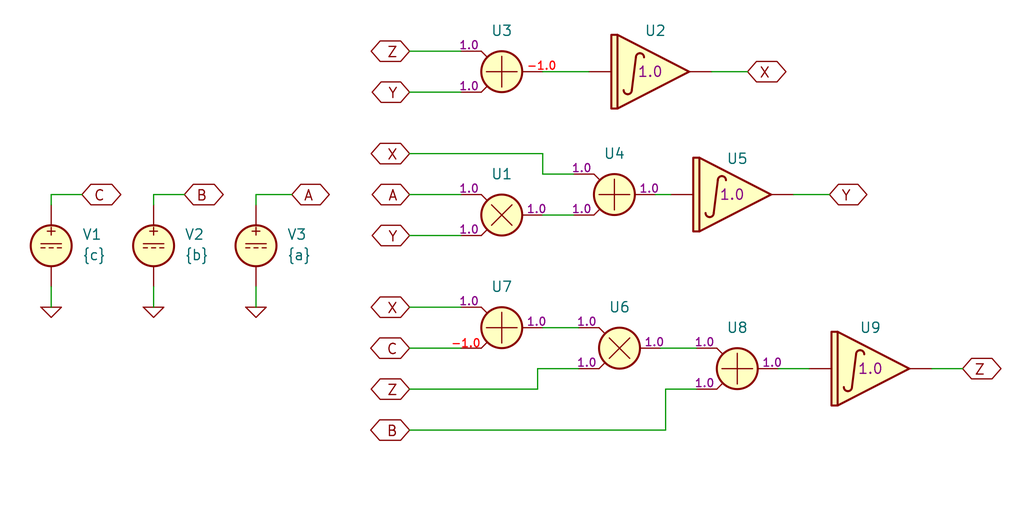
<source format=kicad_sch>
(kicad_sch (version 20250114) (generator "eeschema") (generator_version "9.0")
  (paper "User" 127 63.5)
  (lib_symbols
    (symbol "Simulation_SPICE:0" (power) (pin_numbers (hide yes)) (pin_names (offset 0) (hide yes))
      (property "Value" "0" (at 0 -2.54 0))
      (symbol "0_0_1"
        (polyline (pts (xy -1.27 0) (xy 0 -1.27) (xy 1.27 0) (xy -1.27 0)))
      )
      (symbol "0_1_1"
        (pin power_in line (at 0 0 0) (length 0) (name "~") (number "1"))
      )
    )
    (symbol "Simulation_SPICE:VDC" (pin_numbers (hide yes)) (pin_names (offset 0.0254))
      (property "Reference" "V" (at 2.54 2.54 0))
      (property "Value" "1" (at 2.54 0 0))
      (symbol "VDC_0_0"
        (polyline (pts (xy -1.27 0.254) (xy 1.27 0.254)))
        (polyline (pts (xy -0.762 -0.254) (xy -1.27 -0.254)))
        (polyline (pts (xy 0.254 -0.254) (xy -0.254 -0.254)))
        (polyline (pts (xy 1.27 -0.254) (xy 0.762 -0.254)))
        (text "+" (at 0 1.905 0) (effects (font (size 1.27 1.27))))
      )
      (symbol "VDC_0_1"
        (circle (center 0 0) (radius 2.54) (stroke (width 0.254)) (fill (type background)))
      )
      (symbol "VDC_1_1"
        (pin passive line (at 0 5.08 270) (length 2.54) (name "~") (number "1"))
        (pin passive line (at 0 -5.08 90) (length 2.54) (name "~") (number "2"))
      )
    )
    (symbol "XSPICE-Analog:A_INT" (pin_numbers (hide yes)) (pin_names (offset 0.254)) (in_bom no) (on_board no)
      (property "Reference" "U5" (at 0 6.985 0))
      (property "GAIN" "1.0" (at 0 0 0))
      (property "IC" "1" (at 3.175 -3.81 0) (show_name))
      (symbol "A_INT_0_1"
        (arc (start -2.794 -2.794) (mid -3.1532 -2.6452) (end -3.302 -2.286) (stroke (width 0.254)))
        (arc (start -2.286 -2.286) (mid -2.4348 -2.6452) (end -2.794 -2.794) (stroke (width 0.254)))
        (arc (start -1.778 1.778) (mid -1.6292 2.1372) (end -1.27 2.286) (stroke (width 0.254)))
        (arc (start -1.27 2.286) (mid -0.9108 2.1372) (end -0.762 1.778) (stroke (width 0.254)))
        (polyline (pts (xy 4.826 0) (xy -4.064 4.572) (xy -4.826 4.572) (xy -4.826 -4.572) (xy -4.064 -4.572) (xy 4.826 0)) (stroke (width 0.254)) (fill (type background)))
      )
      (symbol "A_INT_1_1"
        (polyline (pts (xy -4.064 4.572) (xy -4.064 -4.572)) (stroke (width 0.254)))
        (polyline (pts (xy -1.778 1.778) (xy -2.286 -2.286)) (stroke (width 0.254)))
        (pin input line (at -7.62 0 0) (length 2.8) (name "") (number "1"))
        (pin output line (at 7.62 0 180) (length 2.8) (name "~") (number "2"))
      )
    )
    (symbol "XSPICE-Analog:A_MULT_2" (pin_numbers (hide yes)) (pin_names (offset 0.0254)) (in_bom no) (on_board no)
      (property "Reference" "U1" (at 0 5.08 0))
      (property "IN_GAIN_1" "1.0" (at -5.334 3.302 0))
      (property "IN_GAIN_2" "1.0" (at -5.334 -1.778 0))
      (property "OUT_GAIN" "1.0" (at 3.048 0.762 0))
      (symbol "A_MULT_2_0_0"
        (polyline (pts (xy -2.54 2.54) (xy -1.905 1.905)))
        (polyline (pts (xy -2.54 -2.54) (xy -1.905 -1.905)))
      )
      (symbol "A_MULT_2_0_1"
        (polyline (pts (xy -1.27 1.27) (xy 1.27 -1.27)))
        (polyline (pts (xy -1.27 -1.27) (xy 1.27 1.27)))
        (circle (center 0 0) (radius 2.54) (stroke (width 0.254)) (fill (type background)))
      )
      (symbol "A_MULT_2_1_1"
        (pin input line (at -5.08 2.54 0) (length 2.54) (name "") (number "1"))
        (pin input line (at -5.08 -2.54 0) (length 2.54) (name "") (number "2"))
        (pin output line (at 5.08 0 180) (length 2.54) (name "~") (number "3"))
      )
    )
    (symbol "XSPICE-Analog:A_SUMM_2" (pin_numbers (hide yes)) (pin_names (offset 0.0254)) (in_bom no) (on_board no)
      (property "Reference" "U2" (at 0 5.08 0))
      (property "IN_GAIN_1" "1.0" (at -5.334 3.302 0))
      (property "IN_GAIN_2" "1.0" (at -5.334 -1.778 0))
      (property "OUT_GAIN" "1.0" (at 3.048 0.762 0))
      (symbol "A_SUMM_2_0_0"
        (polyline (pts (xy -2.54 2.54) (xy -1.905 1.905)))
        (polyline (pts (xy -2.54 -2.54) (xy -1.905 -1.905)))
      )
      (symbol "A_SUMM_2_0_1"
        (polyline (pts (xy -1.905 0) (xy 1.905 0)))
        (polyline (pts (xy 0 1.905) (xy 0 -1.905)))
        (circle (center 0 0) (radius 2.54) (stroke (width 0.254)) (fill (type background)))
      )
      (symbol "A_SUMM_2_1_1"
        (pin input line (at -5.08 2.54 0) (length 2.54) (name "") (number "1"))
        (pin input line (at -5.08 -2.54 0) (length 2.54) (name "") (number "2"))
        (pin output line (at 5.08 0 180) (length 2.54) (name "~") (number "3"))
      )
    )
  )
  (wire (pts (xy 50.8 11.43) (xy 57.15 11.43)))
  (wire (pts (xy 81.28 24.13) (xy 83.185 24.13)))
  (wire (pts (xy 19.05 24.13) (xy 19.05 25.4)))
  (wire (pts (xy 19.05 35.56) (xy 19.05 38.1)))
  (wire (pts (xy 50.8 43.18) (xy 57.15 43.18)))
  (wire (pts (xy 31.75 24.13) (xy 31.75 25.4)))
  (wire (pts (xy 50.8 24.13) (xy 57.15 24.13)))
  (wire (pts (xy 67.31 26.67) (xy 71.12 26.67)))
  (wire (pts (xy 50.8 19.05) (xy 67.31 19.05)))
  (wire (pts (xy 88.265 8.89) (xy 92.71 8.89)))
  (wire (pts (xy 66.675 48.26) (xy 66.675 45.72)))
  (wire (pts (xy 50.8 29.21) (xy 57.15 29.21)))
  (wire (pts (xy 67.31 8.89) (xy 73.025 8.89)))
  (wire (pts (xy 50.8 48.26) (xy 66.675 48.26)))
  (wire (pts (xy 36.195 24.13) (xy 31.75 24.13)))
  (wire (pts (xy 82.55 53.34) (xy 82.55 48.26)))
  (wire (pts (xy 50.8 53.34) (xy 82.55 53.34)))
  (wire (pts (xy 81.915 43.18) (xy 86.36 43.18)))
  (wire (pts (xy 22.86 24.13) (xy 19.05 24.13)))
  (wire (pts (xy 10.16 24.13) (xy 6.35 24.13)))
  (wire (pts (xy 6.35 24.13) (xy 6.35 25.4)))
  (wire (pts (xy 67.31 21.59) (xy 71.12 21.59)))
  (wire (pts (xy 98.425 24.13) (xy 102.87 24.13)))
  (wire (pts (xy 66.675 45.72) (xy 71.755 45.72)))
  (wire (pts (xy 82.55 48.26) (xy 86.36 48.26)))
  (wire (pts (xy 96.52 45.72) (xy 100.33 45.72)))
  (wire (pts (xy 31.75 35.56) (xy 31.75 38.1)))
  (wire (pts (xy 67.31 19.05) (xy 67.31 21.59)))
  (wire (pts (xy 50.8 38.1) (xy 57.15 38.1)))
  (wire (pts (xy 115.57 45.72) (xy 119.38 45.72)))
  (wire (pts (xy 50.8 6.35) (xy 57.15 6.35)))
  (wire (pts (xy 67.31 40.64) (xy 71.755 40.64)))
  (wire (pts (xy 6.35 35.56) (xy 6.35 38.1)))
  (global_label "C" (shape bidirectional) (at 10.16 24.13 0) (property "Intersheetrefs" "${INTERSHEET_REFS}" (effects (hide yes))))
  (global_label "Z" (shape bidirectional) (at 119.38 45.72 0) (property "Intersheetrefs" "${INTERSHEET_REFS}" (effects (hide yes))))
  (global_label "C" (shape bidirectional) (at 50.8 43.18 180) (property "Intersheetrefs" "${INTERSHEET_REFS}" (effects (hide yes))))
  (global_label "Y" (shape bidirectional) (at 102.87 24.13 0) (property "Intersheetrefs" "${INTERSHEET_REFS}" (effects (hide yes))))
  (global_label "X" (shape bidirectional) (at 50.8 38.1 180) (property "Intersheetrefs" "${INTERSHEET_REFS}" (effects (hide yes))))
  (global_label "Z" (shape bidirectional) (at 50.8 48.26 180) (property "Intersheetrefs" "${INTERSHEET_REFS}" (effects (hide yes))))
  (global_label "A" (shape bidirectional) (at 50.8 24.13 180) (property "Intersheetrefs" "${INTERSHEET_REFS}" (effects (hide yes))))
  (global_label "Z" (shape bidirectional) (at 50.8 6.35 180) (property "Intersheetrefs" "${INTERSHEET_REFS}" (effects (hide yes))))
  (global_label "Y" (shape bidirectional) (at 50.8 11.43 180) (property "Intersheetrefs" "${INTERSHEET_REFS}" (effects (hide yes))))
  (global_label "Y" (shape bidirectional) (at 50.8 29.21 180) (property "Intersheetrefs" "${INTERSHEET_REFS}" (effects (hide yes))))
  (global_label "B" (shape bidirectional) (at 22.86 24.13 0) (property "Intersheetrefs" "${INTERSHEET_REFS}" (effects (hide yes))))
  (global_label "X" (shape bidirectional) (at 50.8 19.05 180) (property "Intersheetrefs" "${INTERSHEET_REFS}" (effects (hide yes))))
  (global_label "B" (shape bidirectional) (at 50.8 53.34 180) (property "Intersheetrefs" "${INTERSHEET_REFS}" (effects (hide yes))))
  (global_label "A" (shape bidirectional) (at 36.195 24.13 0) (property "Intersheetrefs" "${INTERSHEET_REFS}" (effects (hide yes))))
  (global_label "X" (shape bidirectional) (at 92.71 8.89 0) (property "Intersheetrefs" "${INTERSHEET_REFS}" (effects (hide yes))))
  (symbol (lib_id "Simulation_SPICE:0") (at 31.75 38.1 0) (unit 1)
    (property "Reference" "#GND03" (effects (hide yes)))
    (property "Value" "0" (effects (hide yes)))
    (property "Datasheet" "https://ngspice.sourceforge.io/docs/ngspice-html-manual/manual.xhtml#subsec_Circuit_elements__device" (effects (hide yes)))
    (property "Description" "0V reference potential for simulation" (effects (hide yes)))
  )
  (symbol (lib_id "XSPICE-Analog:A_INT") (at 80.645 8.89 0) (unit 1) (in_bom no) (on_board no)
    (property "Reference" "U2" (at 81.28 3.81 0))
    (property "Value" "A_INT" (effects (hide yes)))
    (property "Description" "Integrator" (effects (hide yes)))
    (property "Sim.Pins" "1=in  2=out" (effects (hide yes)))
    (property "Sim.Device" "SUBCKT" (effects (hide yes)))
    (property "Sim.Library" "xspice_analog.sp" (effects (hide yes)))
    (property "Sim.Name" "A_INT" (effects (hide yes)))
    (property "Sim.Params" "in_offset=${OFFSET} out_gain=${GAIN} out_ic=${IC}" (effects (hide yes)))
    (property "GAIN" "1.0" (at 80.645 8.89 0))
    (property "OFFSET" "0.0" (effects (hide yes)))
    (property "IC" "0" (effects (hide yes)))
  )
  (symbol (lib_id "Simulation_SPICE:VDC") (at 19.05 30.48 0) (unit 1)
    (property "Reference" "V2" (at 22.86 29.0801 0) (effects (justify left)))
    (property "Value" "{b}" (at 22.86 31.6201 0) (effects (justify left)))
    (property "Datasheet" "https://ngspice.sourceforge.io/docs/ngspice-html-manual/manual.xhtml#sec_Independent_Sources_for" (effects (hide yes)))
    (property "Description" "Voltage source, DC" (effects (hide yes)))
    (property "Sim.Pins" "1=+ 2=-" (effects (hide yes)))
    (property "Sim.Type" "DC" (effects (hide yes)))
    (property "Sim.Device" "V" (effects (hide yes)))
  )
  (symbol (lib_id "Simulation_SPICE:0") (at 6.35 38.1 0) (unit 1)
    (property "Reference" "#GND01" (effects (hide yes)))
    (property "Value" "0" (effects (hide yes)))
    (property "Datasheet" "https://ngspice.sourceforge.io/docs/ngspice-html-manual/manual.xhtml#subsec_Circuit_elements__device" (effects (hide yes)))
    (property "Description" "0V reference potential for simulation" (effects (hide yes)))
  )
  (symbol (lib_id "XSPICE-Analog:A_MULT_2") (at 62.23 26.67 0) (unit 1) (in_bom no) (on_board no)
    (property "Reference" "U1" (at 62.23 21.59 0))
    (property "Value" "A_MULT_2" (effects (hide yes)))
    (property "Description" "Analog multiplier" (effects (hide yes)))
    (property "Sim.Device" "SUBCKT" (effects (hide yes)))
    (property "Sim.Pins" "1=in1 2=in2 3=out" (effects (hide yes)))
    (property "Sim.Library" "xspice_analog.sp" (effects (hide yes)))
    (property "Sim.Name" "A_MULT_2" (effects (hide yes)))
    (property "Sim.Params" "in1_gain=${IN_GAIN_1} in1_offset=0 in2_gain=${IN_GAIN_2} in2_offset=0 out_gain=${OUT_GAIN} out_offset=0" (effects (hide yes)))
    (property "IN_GAIN_1" "1.0" (at 56.896 23.368 0) (effects (font (size 1 1)) (justify left)))
    (property "IN_GAIN_2" "1.0" (at 56.896 28.448 0) (effects (font (size 1 1)) (justify left)))
    (property "OUT_GAIN" "1.0" (at 65.278 25.908 0) (effects (font (size 1 1)) (justify left)))
    (property "IN_OFFSET_1" "0.0" (effects (hide yes)))
    (property "IN_OFFSET_2" "0.0" (effects (hide yes)))
    (property "OUT_OFFSET" "0.0" (effects (hide yes)))
  )
  (symbol (lib_id "XSPICE-Analog:A_SUMM_2") (at 62.23 40.64 0) (unit 1) (in_bom no) (on_board no)
    (property "Reference" "U7" (at 62.23 35.56 0))
    (property "Value" "A_SUMM_2" (effects (hide yes)))
    (property "Description" "Analog multiplier" (effects (hide yes)))
    (property "Sim.Device" "SUBCKT" (effects (hide yes)))
    (property "Sim.Pins" "1=in1 2=in2 3=out" (effects (hide yes)))
    (property "Sim.Library" "xspice_analog.sp" (effects (hide yes)))
    (property "Sim.Name" "A_SUMM_2" (effects (hide yes)))
    (property "Sim.Params" "in1_gain=${IN_GAIN_1} in1_offset=0 in2_gain=${IN_GAIN_2} in2_offset=0 out_gain=${OUT_GAIN} out_offset=0" (effects (hide yes)))
    (property "IN_GAIN_1" "1.0" (at 56.896 37.338 0) (effects (font (size 1 1)) (justify left)))
    (property "IN_GAIN_2" "-1.0" (at 55.88 42.545 0) (effects (font (size 1 1)) (justify left)))
    (property "OUT_GAIN" "1.0" (at 65.278 39.878 0) (effects (font (size 1 1)) (justify left)))
    (property "IN_OFFSET_1" "0.0" (effects (hide yes)))
    (property "IN_OFFSET_2" "0.0" (effects (hide yes)))
    (property "OUT_OFFSET" "0.0" (effects (hide yes)))
  )
  (symbol (lib_id "XSPICE-Analog:A_INT") (at 107.95 45.72 0) (unit 1) (in_bom no) (on_board no)
    (property "Reference" "U9" (at 107.95 40.64 0))
    (property "Value" "A_INT" (effects (hide yes)))
    (property "Description" "Integrator" (effects (hide yes)))
    (property "Sim.Pins" "1=in  2=out" (effects (hide yes)))
    (property "Sim.Device" "SUBCKT" (effects (hide yes)))
    (property "Sim.Library" "xspice_analog.sp" (effects (hide yes)))
    (property "Sim.Name" "A_INT" (effects (hide yes)))
    (property "Sim.Params" "in_offset=${OFFSET} out_gain=${GAIN} out_ic=${IC}" (effects (hide yes)))
    (property "GAIN" "1.0" (at 107.95 45.72 0))
    (property "OFFSET" "0.0" (effects (hide yes)))
    (property "IC" "0" (effects (hide yes)))
  )
  (symbol (lib_id "Simulation_SPICE:VDC") (at 31.75 30.48 0) (unit 1)
    (property "Reference" "V3" (at 35.56 29.0801 0) (effects (justify left)))
    (property "Value" "{a}" (at 35.56 31.6201 0) (effects (justify left)))
    (property "Datasheet" "https://ngspice.sourceforge.io/docs/ngspice-html-manual/manual.xhtml#sec_Independent_Sources_for" (effects (hide yes)))
    (property "Description" "Voltage source, DC" (effects (hide yes)))
    (property "Sim.Pins" "1=+ 2=-" (effects (hide yes)))
    (property "Sim.Type" "DC" (effects (hide yes)))
    (property "Sim.Device" "V" (effects (hide yes)))
  )
  (symbol (lib_id "Simulation_SPICE:VDC") (at 6.35 30.48 0) (unit 1)
    (property "Reference" "V1" (at 10.16 29.0801 0) (effects (justify left)))
    (property "Value" "{c}" (at 10.16 31.6201 0) (effects (justify left)))
    (property "Datasheet" "https://ngspice.sourceforge.io/docs/ngspice-html-manual/manual.xhtml#sec_Independent_Sources_for" (effects (hide yes)))
    (property "Description" "Voltage source, DC" (effects (hide yes)))
    (property "Sim.Pins" "1=+ 2=-" (effects (hide yes)))
    (property "Sim.Type" "DC" (effects (hide yes)))
    (property "Sim.Device" "V" (effects (hide yes)))
  )
  (symbol (lib_id "XSPICE-Analog:A_SUMM_2") (at 62.23 8.89 0) (unit 1) (in_bom no) (on_board no)
    (property "Reference" "U3" (at 62.23 3.81 0))
    (property "Value" "A_SUMM_2" (effects (hide yes)))
    (property "Description" "Analog multiplier" (effects (hide yes)))
    (property "Sim.Device" "SUBCKT" (effects (hide yes)))
    (property "Sim.Pins" "1=in1 2=in2 3=out" (effects (hide yes)))
    (property "Sim.Library" "xspice_analog.sp" (effects (hide yes)))
    (property "Sim.Name" "A_SUMM_2" (effects (hide yes)))
    (property "Sim.Params" "in1_gain=${IN_GAIN_1} in1_offset=0 in2_gain=${IN_GAIN_2} in2_offset=0 out_gain=${OUT_GAIN} out_offset=0" (effects (hide yes)))
    (property "IN_GAIN_1" "1.0" (at 56.896 5.588 0) (effects (font (size 1 1)) (justify left)))
    (property "IN_GAIN_2" "1.0" (at 56.896 10.668 0) (effects (font (size 1 1)) (justify left)))
    (property "OUT_GAIN" "-1.0" (at 65.278 8.128 0) (effects (font (size 1 1)) (justify left)))
    (property "IN_OFFSET_1" "0.0" (effects (hide yes)))
    (property "IN_OFFSET_2" "0.0" (effects (hide yes)))
    (property "OUT_OFFSET" "0.0" (effects (hide yes)))
  )
  (symbol (lib_id "XSPICE-Analog:A_SUMM_2") (at 91.44 45.72 0) (unit 1) (in_bom no) (on_board no)
    (property "Reference" "U8" (at 91.44 40.64 0))
    (property "Value" "A_SUMM_2" (effects (hide yes)))
    (property "Description" "Analog multiplier" (effects (hide yes)))
    (property "Sim.Device" "SUBCKT" (effects (hide yes)))
    (property "Sim.Pins" "1=in1 2=in2 3=out" (effects (hide yes)))
    (property "Sim.Library" "xspice_analog.sp" (effects (hide yes)))
    (property "Sim.Name" "A_SUMM_2" (effects (hide yes)))
    (property "Sim.Params" "in1_gain=${IN_GAIN_1} in1_offset=0 in2_gain=${IN_GAIN_2} in2_offset=0 out_gain=${OUT_GAIN} out_offset=0" (effects (hide yes)))
    (property "IN_GAIN_1" "1.0" (at 86.106 42.418 0) (effects (font (size 1 1)) (justify left)))
    (property "IN_GAIN_2" "1.0" (at 86.106 47.498 0) (effects (font (size 1 1)) (justify left)))
    (property "OUT_GAIN" "1.0" (at 94.488 44.958 0) (effects (font (size 1 1)) (justify left)))
    (property "IN_OFFSET_1" "0.0" (effects (hide yes)))
    (property "IN_OFFSET_2" "0.0" (effects (hide yes)))
    (property "OUT_OFFSET" "0.0" (effects (hide yes)))
  )
  (symbol (lib_id "XSPICE-Analog:A_SUMM_2") (at 76.2 24.13 0) (unit 1) (in_bom no) (on_board no)
    (property "Reference" "U4" (at 76.2 19.05 0))
    (property "Value" "A_SUMM_2" (effects (hide yes)))
    (property "Description" "Analog multiplier" (effects (hide yes)))
    (property "Sim.Device" "SUBCKT" (effects (hide yes)))
    (property "Sim.Pins" "1=in1 2=in2 3=out" (effects (hide yes)))
    (property "Sim.Library" "xspice_analog.sp" (effects (hide yes)))
    (property "Sim.Name" "A_SUMM_2" (effects (hide yes)))
    (property "Sim.Params" "in1_gain=${IN_GAIN_1} in1_offset=0 in2_gain=${IN_GAIN_2} in2_offset=0 out_gain=${OUT_GAIN} out_offset=0" (effects (hide yes)))
    (property "IN_GAIN_1" "1.0" (at 70.866 20.828 0) (effects (font (size 1 1)) (justify left)))
    (property "IN_GAIN_2" "1.0" (at 70.866 25.908 0) (effects (font (size 1 1)) (justify left)))
    (property "OUT_GAIN" "1.0" (at 79.248 23.368 0) (effects (font (size 1 1)) (justify left)))
    (property "IN_OFFSET_1" "0.0" (effects (hide yes)))
    (property "IN_OFFSET_2" "0.0" (effects (hide yes)))
    (property "OUT_OFFSET" "0.0" (effects (hide yes)))
  )
  (symbol (lib_id "XSPICE-Analog:A_INT") (at 90.805 24.13 0) (unit 1) (in_bom no) (on_board no)
    (property "Reference" "U5" (at 91.44 19.685 0))
    (property "Value" "A_INT" (effects (hide yes)))
    (property "Description" "Integrator" (effects (hide yes)))
    (property "Sim.Pins" "1=in  2=out" (effects (hide yes)))
    (property "Sim.Device" "SUBCKT" (effects (hide yes)))
    (property "Sim.Library" "xspice_analog.sp" (effects (hide yes)))
    (property "Sim.Name" "A_INT" (effects (hide yes)))
    (property "Sim.Params" "in_offset=${OFFSET} out_gain=${GAIN} out_ic=${IC}" (effects (hide yes)))
    (property "GAIN" "1.0" (at 90.805 24.13 0))
    (property "OFFSET" "0.0" (effects (hide yes)))
    (property "IC" "0" (effects (hide yes)))
  )
  (symbol (lib_id "Simulation_SPICE:0") (at 19.05 38.1 0) (unit 1)
    (property "Reference" "#GND02" (effects (hide yes)))
    (property "Value" "0" (effects (hide yes)))
    (property "Datasheet" "https://ngspice.sourceforge.io/docs/ngspice-html-manual/manual.xhtml#subsec_Circuit_elements__device" (effects (hide yes)))
    (property "Description" "0V reference potential for simulation" (effects (hide yes)))
  )
  (symbol (lib_id "XSPICE-Analog:A_MULT_2") (at 76.835 43.18 0) (unit 1) (in_bom no) (on_board no)
    (property "Reference" "U6" (at 76.835 38.1 0))
    (property "Value" "A_MULT_2" (effects (hide yes)))
    (property "Description" "Analog multiplier" (effects (hide yes)))
    (property "Sim.Device" "SUBCKT" (effects (hide yes)))
    (property "Sim.Pins" "1=in1 2=in2 3=out" (effects (hide yes)))
    (property "Sim.Library" "xspice_analog.sp" (effects (hide yes)))
    (property "Sim.Name" "A_MULT_2" (effects (hide yes)))
    (property "Sim.Params" "in1_gain=${IN_GAIN_1} in1_offset=0 in2_gain=${IN_GAIN_2} in2_offset=0 out_gain=${OUT_GAIN} out_offset=0" (effects (hide yes)))
    (property "IN_GAIN_1" "1.0" (at 71.501 39.878 0) (effects (font (size 1 1)) (justify left)))
    (property "IN_GAIN_2" "1.0" (at 71.501 44.958 0) (effects (font (size 1 1)) (justify left)))
    (property "OUT_GAIN" "1.0" (at 79.883 42.418 0) (effects (font (size 1 1)) (justify left)))
    (property "IN_OFFSET_1" "0.0" (effects (hide yes)))
    (property "IN_OFFSET_2" "0.0" (effects (hide yes)))
    (property "OUT_OFFSET" "0.0" (effects (hide yes)))
  )
)
</source>
